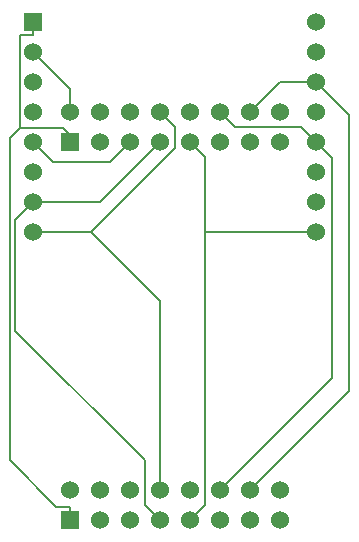
<source format=gbl>
G04 (created by PCBNEW-RS274X (2011-aug-04)-testing) date Wed 17 Apr 2013 04:19:54 PM PDT*
G01*
G70*
G90*
%MOIN*%
G04 Gerber Fmt 3.4, Leading zero omitted, Abs format*
%FSLAX34Y34*%
G04 APERTURE LIST*
%ADD10C,0.006000*%
%ADD11R,0.060000X0.060000*%
%ADD12C,0.060000*%
%ADD13C,0.008000*%
G04 APERTURE END LIST*
G54D10*
G54D11*
X22799Y-39398D03*
G54D12*
X22799Y-38398D03*
X23799Y-39398D03*
X23799Y-38398D03*
X24799Y-39398D03*
X24799Y-38398D03*
X25799Y-39398D03*
X25799Y-38398D03*
X26799Y-39398D03*
X26799Y-38398D03*
X27799Y-39398D03*
X27799Y-38398D03*
X28799Y-39398D03*
X28799Y-38398D03*
X29799Y-39398D03*
X29799Y-38398D03*
G54D11*
X22799Y-26799D03*
G54D12*
X22799Y-25799D03*
X23799Y-26799D03*
X23799Y-25799D03*
X24799Y-26799D03*
X24799Y-25799D03*
X25799Y-26799D03*
X25799Y-25799D03*
X26799Y-26799D03*
X26799Y-25799D03*
X27799Y-26799D03*
X27799Y-25799D03*
X28799Y-26799D03*
X28799Y-25799D03*
X29799Y-26799D03*
X29799Y-25799D03*
X31023Y-29800D03*
X31023Y-28800D03*
X31023Y-27800D03*
X31023Y-26800D03*
X31023Y-25800D03*
X31023Y-24800D03*
X31023Y-23800D03*
X31023Y-22800D03*
G54D11*
X21574Y-22800D03*
G54D12*
X21574Y-23800D03*
X21574Y-24800D03*
X21574Y-25800D03*
X21574Y-26800D03*
X21574Y-27800D03*
X21574Y-28800D03*
X21574Y-29800D03*
G54D13*
X31023Y-29800D02*
X27299Y-29800D01*
X27299Y-27299D02*
X27299Y-29800D01*
X26799Y-26799D02*
X27299Y-27299D01*
X27299Y-38898D02*
X26799Y-39398D01*
X27299Y-29800D02*
X27299Y-38898D01*
X29798Y-24800D02*
X31023Y-24800D01*
X28799Y-25799D02*
X29798Y-24800D01*
X32109Y-35088D02*
X28799Y-38398D01*
X32109Y-25886D02*
X32109Y-35088D01*
X31023Y-24800D02*
X32109Y-25886D01*
X25799Y-32099D02*
X25799Y-38398D01*
X23500Y-29800D02*
X25799Y-32099D01*
X21574Y-29800D02*
X23500Y-29800D01*
X26299Y-26299D02*
X25799Y-25799D01*
X26299Y-27001D02*
X26299Y-26299D01*
X23500Y-29800D02*
X26299Y-27001D01*
X30522Y-26299D02*
X31023Y-26800D01*
X28299Y-26299D02*
X30522Y-26299D01*
X27799Y-25799D02*
X28299Y-26299D01*
X31548Y-34649D02*
X27799Y-38398D01*
X31548Y-27325D02*
X31548Y-34649D01*
X31023Y-26800D02*
X31548Y-27325D01*
X22799Y-26799D02*
X22799Y-26577D01*
X22799Y-39398D02*
X22799Y-38955D01*
X21574Y-22800D02*
X21574Y-23243D01*
X21131Y-23265D02*
X21131Y-26344D01*
X21153Y-23243D02*
X21131Y-23265D01*
X21574Y-23243D02*
X21153Y-23243D01*
X22566Y-26344D02*
X21131Y-26344D01*
X22799Y-26577D02*
X22566Y-26344D01*
X22356Y-38955D02*
X22799Y-38955D01*
X20802Y-37401D02*
X22356Y-38955D01*
X20802Y-26673D02*
X20802Y-37401D01*
X21131Y-26344D02*
X20802Y-26673D01*
X23798Y-28800D02*
X21574Y-28800D01*
X25799Y-26799D02*
X23798Y-28800D01*
X25299Y-38898D02*
X25799Y-39398D01*
X25299Y-37404D02*
X25299Y-38898D01*
X20992Y-33097D02*
X25299Y-37404D01*
X20992Y-29382D02*
X20992Y-33097D01*
X21574Y-28800D02*
X20992Y-29382D01*
X22799Y-25025D02*
X22799Y-25799D01*
X21574Y-23800D02*
X22799Y-25025D01*
X24134Y-27464D02*
X24799Y-26799D01*
X22238Y-27464D02*
X24134Y-27464D01*
X21574Y-26800D02*
X22238Y-27464D01*
M02*

</source>
